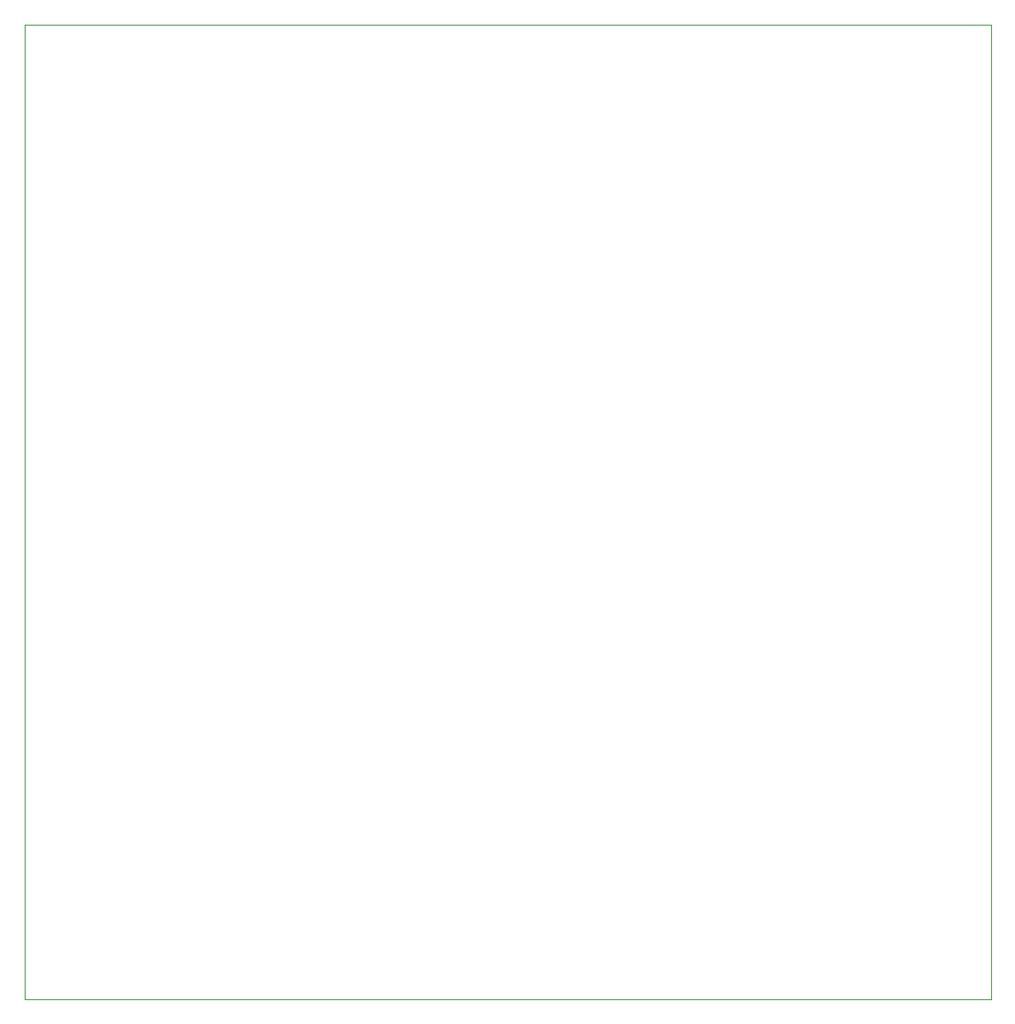
<source format=gbr>
G04 #@! TF.FileFunction,Profile,NP*
%FSLAX46Y46*%
G04 Gerber Fmt 4.6, Leading zero omitted, Abs format (unit mm)*
G04 Created by KiCad (PCBNEW 4.0.6) date 05/22/17 17:46:35*
%MOMM*%
%LPD*%
G01*
G04 APERTURE LIST*
%ADD10C,0.100000*%
%ADD11C,0.025400*%
G04 APERTURE END LIST*
D10*
D11*
X71430300Y-32918600D02*
X72630300Y-32918600D01*
X71430300Y-129738600D02*
X71430300Y-32918600D01*
X167480300Y-129738600D02*
X71430300Y-129738600D01*
X167480300Y-32918600D02*
X167480300Y-129738600D01*
X72630300Y-32918600D02*
X167480300Y-32918600D01*
M02*

</source>
